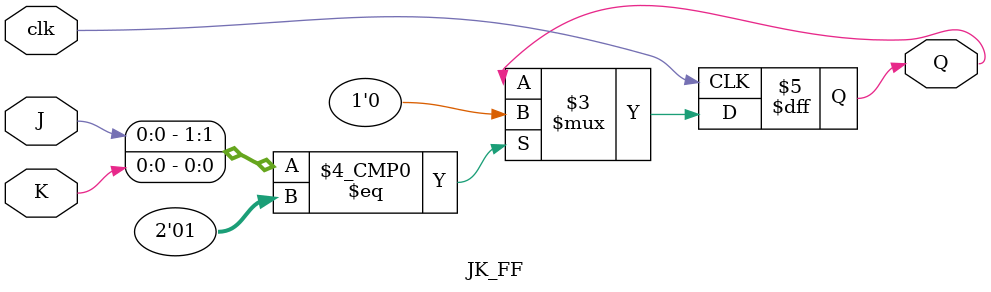
<source format=v>
`timescale 1ns / 1ps

module JK_FF(
    output reg Q,
    input J, K, clk
    );
    
always @(posedge clk)
case ({J, K})
2'b00 : Q <= Q;
2'b01 : Q <= 1'b0;
2'b00 : Q <= 1'b1;
2'b00 : Q <= !Q;
endcase
endmodule

</source>
